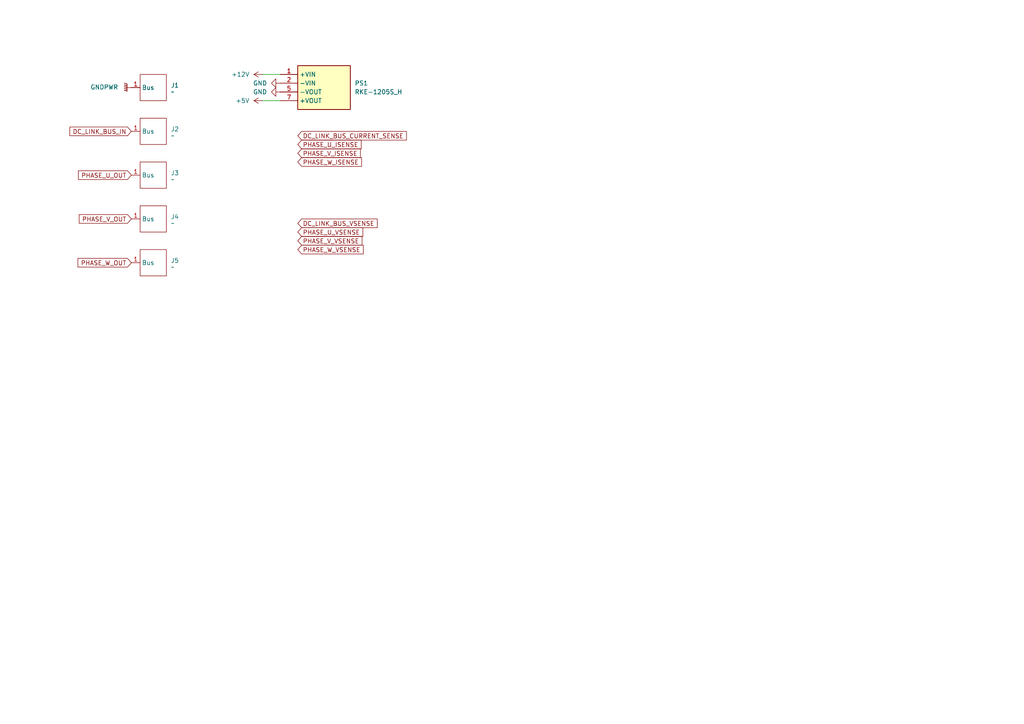
<source format=kicad_sch>
(kicad_sch (version 20250114) (generator "eeschema") (generator_version "9.0")
  (paper "A4")
  (lib_symbols
    (symbol "InverterCom:BusBarConnection"
      (property "Reference" "J" (at 0 7.112 0))
      (symbol "BusBarConnection_0_1"
        (rectangle (start -3.81 3.81) (end 3.81 -3.81))
      )
      (symbol "BusBarConnection_1_1"
        (pin passive line (at 6.35 0 180) (length 2.54) (name "Bus") (number "1"))
      )
    )
    (symbol "InverterCom:RKE-1205S_H"
      (property "Reference" "PS" (at 21.59 7.62 0))
      (property "Value" "RKE-1205S_H" (at 21.59 5.08 0))
      (symbol "RKE-1205S_H_1_1"
        (rectangle (start 5.08 2.54) (end 20.32 -10.16) (stroke (width 0.254)) (fill (type background)))
        (pin passive line (at 0 0 0) (length 5.08) (name "+VIN") (number "1"))
        (pin passive line (at 0 -2.54 0) (length 5.08) (name "-VIN") (number "2"))
        (pin passive line (at 0 -5.08 0) (length 5.08) (name "-VOUT") (number "5"))
        (pin passive line (at 0 -7.62 0) (length 5.08) (name "+VOUT") (number "7"))
      )
    )
    (symbol "power:+12V" (power) (pin_numbers (hide yes)) (pin_names (offset 0) (hide yes))
      (property "Value" "+12V" (at 0 3.556 0))
      (symbol "+12V_0_1"
        (polyline (pts (xy -0.762 1.27) (xy 0 2.54)))
        (polyline (pts (xy 0 2.54) (xy 0.762 1.27)))
        (polyline (pts (xy 0 0) (xy 0 2.54)))
      )
      (symbol "+12V_1_1"
        (pin power_in line (at 0 0 90) (length 0) (name "~") (number "1"))
      )
    )
    (symbol "power:+5V" (power) (pin_numbers (hide yes)) (pin_names (offset 0) (hide yes))
      (property "Value" "+5V" (at 0 3.556 0))
      (symbol "+5V_0_1"
        (polyline (pts (xy -0.762 1.27) (xy 0 2.54)))
        (polyline (pts (xy 0 2.54) (xy 0.762 1.27)))
        (polyline (pts (xy 0 0) (xy 0 2.54)))
      )
      (symbol "+5V_1_1"
        (pin power_in line (at 0 0 90) (length 0) (name "~") (number "1"))
      )
    )
    (symbol "power:GND" (power) (pin_numbers (hide yes)) (pin_names (offset 0) (hide yes))
      (property "Value" "GND" (at 0 -3.81 0))
      (symbol "GND_0_1"
        (polyline (pts (xy 0 0) (xy 0 -1.27) (xy 1.27 -1.27) (xy 0 -2.54) (xy -1.27 -1.27) (xy 0 -1.27)))
      )
      (symbol "GND_1_1"
        (pin power_in line (at 0 0 270) (length 0) (name "~") (number "1"))
      )
    )
    (symbol "power:GNDPWR" (power) (pin_numbers (hide yes)) (pin_names (offset 0) (hide yes))
      (property "Value" "GNDPWR" (at 0 -3.302 0))
      (symbol "GNDPWR_0_1"
        (polyline (pts (xy -1.016 -1.27) (xy -1.27 -2.032) (xy -1.27 -2.032)) (stroke (width 0.2032)))
        (polyline (pts (xy -0.508 -1.27) (xy -0.762 -2.032) (xy -0.762 -2.032)) (stroke (width 0.2032)))
        (polyline (pts (xy 0 -1.27) (xy 0 0)))
        (polyline (pts (xy 0 -1.27) (xy -0.254 -2.032) (xy -0.254 -2.032)) (stroke (width 0.2032)))
        (polyline (pts (xy 0.508 -1.27) (xy 0.254 -2.032) (xy 0.254 -2.032)) (stroke (width 0.2032)))
        (polyline (pts (xy 1.016 -1.27) (xy -1.016 -1.27) (xy -1.016 -1.27)) (stroke (width 0.2032)))
        (polyline (pts (xy 1.016 -1.27) (xy 0.762 -2.032) (xy 0.762 -2.032) (xy 0.762 -2.032)) (stroke (width 0.2032)))
      )
      (symbol "GNDPWR_1_1"
        (pin power_in line (at 0 0 270) (length 0) (name "~") (number "1"))
      )
    )
  )
  (wire (pts (xy 76.2 29.21) (xy 81.28 29.21)))
  (wire (pts (xy 76.2 21.59) (xy 81.28 21.59)))
  (global_label "PHASE_V_OUT" (shape input) (at 38.1 63.5 180) (property "Intersheetrefs" "${INTERSHEET_REFS}" (effects (hide yes))))
  (global_label "DC_LINK_BUS_IN" (shape input) (at 38.1 38.1 180) (property "Intersheetrefs" "${INTERSHEET_REFS}" (effects (hide yes))))
  (global_label "PHASE_W_OUT" (shape input) (at 38.1 76.2 180) (property "Intersheetrefs" "${INTERSHEET_REFS}" (effects (hide yes))))
  (global_label "PHASE_W_ISENSE" (shape input) (at 86.36 46.99 0) (property "Intersheetrefs" "${INTERSHEET_REFS}" (effects (hide yes))))
  (global_label "DC_LINK_BUS_CURRENT_SENSE" (shape input) (at 86.36 39.37 0) (property "Intersheetrefs" "${INTERSHEET_REFS}" (effects (hide yes))))
  (global_label "PHASE_U_ISENSE" (shape input) (at 86.36 41.91 0) (property "Intersheetrefs" "${INTERSHEET_REFS}" (effects (hide yes))))
  (global_label "PHASE_U_VSENSE" (shape input) (at 86.36 67.31 0) (property "Intersheetrefs" "${INTERSHEET_REFS}" (effects (hide yes))))
  (global_label "PHASE_U_OUT" (shape input) (at 38.1 50.8 180) (property "Intersheetrefs" "${INTERSHEET_REFS}" (effects (hide yes))))
  (global_label "PHASE_V_ISENSE" (shape input) (at 86.36 44.45 0) (property "Intersheetrefs" "${INTERSHEET_REFS}" (effects (hide yes))))
  (global_label "PHASE_W_VSENSE" (shape input) (at 86.36 72.39 0) (property "Intersheetrefs" "${INTERSHEET_REFS}" (effects (hide yes))))
  (global_label "PHASE_V_VSENSE" (shape input) (at 86.36 69.85 0) (property "Intersheetrefs" "${INTERSHEET_REFS}" (effects (hide yes))))
  (global_label "DC_LINK_BUS_VSENSE" (shape input) (at 86.36 64.77 0) (property "Intersheetrefs" "${INTERSHEET_REFS}" (effects (hide yes))))
  (symbol (lib_id "InverterCom:BusBarConnection") (at 44.45 50.8 180) (unit 1)
    (property "Reference" "J3" (at 49.53 50.1649 0) (effects (justify right)))
    (property "Value" "~" (at 49.53 52.07 0) (effects (justify right)))
    (property "Footprint" "InverterCom:BusBarConnection" (effects (hide yes)))
  )
  (symbol (lib_id "power:GNDPWR") (at 38.1 25.4 270) (unit 1)
    (property "Reference" "#PWR021" (effects (hide yes)))
    (property "Value" "GNDPWR" (at 34.29 25.2729 90) (effects (justify right)))
    (property "Description" "Power symbol creates a global label with name \"GNDPWR\" , global ground" (effects (hide yes)))
  )
  (symbol (lib_id "InverterCom:RKE-1205S_H") (at 81.28 21.59 0) (unit 1)
    (property "Reference" "PS1" (at 102.87 24.1299 0) (effects (justify left)))
    (property "Value" "RKE-1205S_H" (at 102.87 26.6699 0) (effects (justify left)))
    (property "Footprint" "InverterCom:RKE1205SH" (effects (hide yes)))
    (property "Datasheet" "https://www.recom-power.com/pdf/Econoline/RKE.pdf" (effects (hide yes)))
    (property "Description" "Recom Through Hole 1W Isolated DC-DC Converter, Vin Maximum of 12 V dc, I/O isolation 4kV dc, Vout 5V dc" (effects (hide yes)))
    (property "Height" "10.7" (effects (hide yes)))
    (property "Mouser Part Number" "919-RKE-1205S/H" (effects (hide yes)))
    (property "Mouser Price/Stock" "https://www.mouser.co.uk/ProductDetail/RECOM-Power/RKE-1205S-H?qs=IFMNCcK%2FBZwj8OgeraTUUA%3D%3D" (effects (hide yes)))
    (property "Manufacturer_Name" "RECOM Power" (effects (hide yes)))
    (property "Manufacturer_Part_Number" "RKE-1205S/H" (effects (hide yes)))
  )
  (symbol (lib_id "power:+5V") (at 76.2 29.21 90) (unit 1)
    (property "Reference" "#PWR016" (effects (hide yes)))
    (property "Value" "+5V" (at 72.39 29.2099 90) (effects (justify left)))
    (property "Description" "Power symbol creates a global label with name \"+5V\"" (effects (hide yes)))
  )
  (symbol (lib_id "InverterCom:BusBarConnection") (at 44.45 63.5 180) (unit 1)
    (property "Reference" "J4" (at 49.53 62.8649 0) (effects (justify right)))
    (property "Value" "~" (at 49.53 64.77 0) (effects (justify right)))
    (property "Footprint" "InverterCom:BusBarConnection" (effects (hide yes)))
  )
  (symbol (lib_id "InverterCom:BusBarConnection") (at 44.45 38.1 180) (unit 1)
    (property "Reference" "J2" (at 49.53 37.4649 0) (effects (justify right)))
    (property "Value" "~" (at 49.53 39.37 0) (effects (justify right)))
    (property "Footprint" "InverterCom:BusBarConnection" (effects (hide yes)))
  )
  (symbol (lib_id "InverterCom:BusBarConnection") (at 44.45 76.2 180) (unit 1)
    (property "Reference" "J5" (at 49.53 75.5649 0) (effects (justify right)))
    (property "Value" "~" (at 49.53 77.47 0) (effects (justify right)))
    (property "Footprint" "InverterCom:BusBarConnection" (effects (hide yes)))
  )
  (symbol (lib_id "power:+12V") (at 76.2 21.59 90) (unit 1)
    (property "Reference" "#PWR096" (effects (hide yes)))
    (property "Value" "+12V" (at 72.39 21.5899 90) (effects (justify left)))
    (property "Description" "Power symbol creates a global label with name \"+12V\"" (effects (hide yes)))
  )
  (symbol (lib_id "InverterCom:BusBarConnection") (at 44.45 25.4 180) (unit 1)
    (property "Reference" "J1" (at 49.53 24.7649 0) (effects (justify right)))
    (property "Value" "~" (at 49.53 26.67 0) (effects (justify right)))
    (property "Footprint" "InverterCom:BusBarConnection" (effects (hide yes)))
  )
  (symbol (lib_id "power:GND") (at 81.28 24.13 270) (unit 1)
    (property "Reference" "#PWR07" (effects (hide yes)))
    (property "Value" "GND" (at 77.47 24.1299 90) (effects (justify right)))
    (property "Description" "Power symbol creates a global label with name \"GND\" , ground" (effects (hide yes)))
  )
  (symbol (lib_id "power:GND") (at 81.28 26.67 270) (unit 1)
    (property "Reference" "#PWR08" (effects (hide yes)))
    (property "Value" "GND" (at 77.47 26.6699 90) (effects (justify right)))
    (property "Description" "Power symbol creates a global label with name \"GND\" , ground" (effects (hide yes)))
  )
)
</source>
